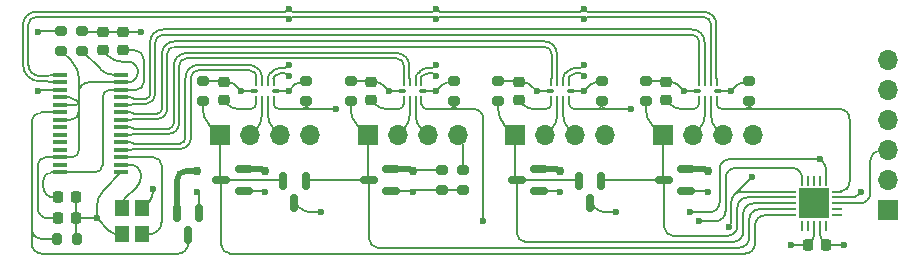
<source format=gbr>
%TF.GenerationSoftware,KiCad,Pcbnew,7.0.11-7.0.11~ubuntu22.04.1*%
%TF.CreationDate,2025-05-05T15:28:32+03:00*%
%TF.ProjectId,USB_Magic_Hub,5553425f-4d61-4676-9963-5f4875622e6b,rev?*%
%TF.SameCoordinates,PXc65d40PYc65d40*%
%TF.FileFunction,Copper,L1,Top*%
%TF.FilePolarity,Positive*%
%FSLAX46Y46*%
G04 Gerber Fmt 4.6, Leading zero omitted, Abs format (unit mm)*
G04 Created by KiCad (PCBNEW 7.0.11-7.0.11~ubuntu22.04.1) date 2025-05-05 15:28:32*
%MOMM*%
%LPD*%
G01*
G04 APERTURE LIST*
G04 Aperture macros list*
%AMRoundRect*
0 Rectangle with rounded corners*
0 $1 Rounding radius*
0 $2 $3 $4 $5 $6 $7 $8 $9 X,Y pos of 4 corners*
0 Add a 4 corners polygon primitive as box body*
4,1,4,$2,$3,$4,$5,$6,$7,$8,$9,$2,$3,0*
0 Add four circle primitives for the rounded corners*
1,1,$1+$1,$2,$3*
1,1,$1+$1,$4,$5*
1,1,$1+$1,$6,$7*
1,1,$1+$1,$8,$9*
0 Add four rect primitives between the rounded corners*
20,1,$1+$1,$2,$3,$4,$5,0*
20,1,$1+$1,$4,$5,$6,$7,0*
20,1,$1+$1,$6,$7,$8,$9,0*
20,1,$1+$1,$8,$9,$2,$3,0*%
G04 Aperture macros list end*
%TA.AperFunction,SMDPad,CuDef*%
%ADD10RoundRect,0.225000X-0.225000X-0.250000X0.225000X-0.250000X0.225000X0.250000X-0.225000X0.250000X0*%
%TD*%
%TA.AperFunction,SMDPad,CuDef*%
%ADD11RoundRect,0.200000X-0.275000X0.200000X-0.275000X-0.200000X0.275000X-0.200000X0.275000X0.200000X0*%
%TD*%
%TA.AperFunction,SMDPad,CuDef*%
%ADD12RoundRect,0.150000X-0.150000X0.587500X-0.150000X-0.587500X0.150000X-0.587500X0.150000X0.587500X0*%
%TD*%
%TA.AperFunction,SMDPad,CuDef*%
%ADD13RoundRect,0.062500X-0.362500X-0.062500X0.362500X-0.062500X0.362500X0.062500X-0.362500X0.062500X0*%
%TD*%
%TA.AperFunction,SMDPad,CuDef*%
%ADD14RoundRect,0.062500X-0.062500X-0.362500X0.062500X-0.362500X0.062500X0.362500X-0.062500X0.362500X0*%
%TD*%
%TA.AperFunction,HeatsinkPad*%
%ADD15R,2.600000X2.600000*%
%TD*%
%TA.AperFunction,SMDPad,CuDef*%
%ADD16RoundRect,0.150000X0.587500X0.150000X-0.587500X0.150000X-0.587500X-0.150000X0.587500X-0.150000X0*%
%TD*%
%TA.AperFunction,SMDPad,CuDef*%
%ADD17R,1.200000X0.400000*%
%TD*%
%TA.AperFunction,SMDPad,CuDef*%
%ADD18RoundRect,0.225000X0.250000X-0.225000X0.250000X0.225000X-0.250000X0.225000X-0.250000X-0.225000X0*%
%TD*%
%TA.AperFunction,ComponentPad*%
%ADD19R,1.700000X1.700000*%
%TD*%
%TA.AperFunction,ComponentPad*%
%ADD20O,1.700000X1.700000*%
%TD*%
%TA.AperFunction,SMDPad,CuDef*%
%ADD21RoundRect,0.050000X-0.075000X0.225000X-0.075000X-0.225000X0.075000X-0.225000X0.075000X0.225000X0*%
%TD*%
%TA.AperFunction,SMDPad,CuDef*%
%ADD22RoundRect,0.050000X-0.050000X0.225000X-0.050000X-0.225000X0.050000X-0.225000X0.050000X0.225000X0*%
%TD*%
%TA.AperFunction,SMDPad,CuDef*%
%ADD23RoundRect,0.050000X-0.250000X0.100000X-0.250000X-0.100000X0.250000X-0.100000X0.250000X0.100000X0*%
%TD*%
%TA.AperFunction,SMDPad,CuDef*%
%ADD24RoundRect,0.225000X0.225000X0.250000X-0.225000X0.250000X-0.225000X-0.250000X0.225000X-0.250000X0*%
%TD*%
%TA.AperFunction,SMDPad,CuDef*%
%ADD25RoundRect,0.200000X0.200000X0.275000X-0.200000X0.275000X-0.200000X-0.275000X0.200000X-0.275000X0*%
%TD*%
%TA.AperFunction,SMDPad,CuDef*%
%ADD26R,1.200000X1.400000*%
%TD*%
%TA.AperFunction,ViaPad*%
%ADD27C,0.600000*%
%TD*%
%TA.AperFunction,ViaPad*%
%ADD28C,0.750000*%
%TD*%
%TA.AperFunction,Conductor*%
%ADD29C,0.200000*%
%TD*%
%TA.AperFunction,Conductor*%
%ADD30C,0.500000*%
%TD*%
G04 APERTURE END LIST*
D10*
%TO.P,C4,1*%
%TO.N,/HUB_1.8V*%
X3725000Y-17000000D03*
%TO.P,C4,2*%
%TO.N,/GND*%
X5275000Y-17000000D03*
%TD*%
D11*
%TO.P,R12,1*%
%TO.N,/VCC_MCU*%
X37250000Y-7175000D03*
%TO.P,R12,2*%
%TO.N,/SEL3*%
X37250000Y-8825000D03*
%TD*%
D12*
%TO.P,Q5,1,G*%
%TO.N,/~{PWR_ENABLE}*%
X15700000Y-18312500D03*
%TO.P,Q5,2,S*%
%TO.N,Net-(Q1-S)*%
X13800000Y-18312500D03*
%TO.P,Q5,3,D*%
%TO.N,/VBUS_HUB*%
X14750000Y-20187500D03*
%TD*%
%TO.P,D1,1*%
%TO.N,/VBUS3*%
X24700000Y-15562500D03*
%TO.P,D1,2*%
%TO.N,/VBUS4*%
X22800000Y-15562500D03*
%TO.P,D1,3*%
%TO.N,/VCC_MCU*%
X23750000Y-17437500D03*
%TD*%
D13*
%TO.P,U4,1,PA4*%
%TO.N,/SEL4*%
X65825000Y-16500000D03*
%TO.P,U4,2,PA3*%
%TO.N,/VBUS1*%
X65825000Y-17000000D03*
%TO.P,U4,3,PA2*%
%TO.N,/VBUS2*%
X65825000Y-17500000D03*
%TO.P,U4,4,PA1*%
%TO.N,/VBUS3*%
X65825000Y-18000000D03*
%TO.P,U4,5,AREF/PA0*%
%TO.N,/VBUS4*%
X65825000Y-18500000D03*
D14*
%TO.P,U4,6,NC*%
%TO.N,unconnected-(U4-NC-Pad6)*%
X66750000Y-19425000D03*
%TO.P,U4,7,NC*%
%TO.N,unconnected-(U4-NC-Pad7)*%
X67250000Y-19425000D03*
%TO.P,U4,8,GND*%
%TO.N,/GND*%
X67750000Y-19425000D03*
%TO.P,U4,9,VCC*%
%TO.N,/VCC_MCU*%
X68250000Y-19425000D03*
%TO.P,U4,10,NC*%
%TO.N,unconnected-(U4-NC-Pad10)*%
X68750000Y-19425000D03*
D13*
%TO.P,U4,11,XTAL1/PB0*%
%TO.N,unconnected-(U4-XTAL1{slash}PB0-Pad11)*%
X69675000Y-18500000D03*
%TO.P,U4,12,XTAL2/PB1*%
%TO.N,unconnected-(U4-XTAL2{slash}PB1-Pad12)*%
X69675000Y-18000000D03*
%TO.P,U4,13,~{RESET}/PB3*%
%TO.N,/~{RESET}*%
X69675000Y-17500000D03*
%TO.P,U4,14,PB2*%
%TO.N,/~{PWR_ENABLE}*%
X69675000Y-17000000D03*
%TO.P,U4,15,PA7*%
%TO.N,/SEL1*%
X69675000Y-16500000D03*
D14*
%TO.P,U4,16,PA6*%
%TO.N,/SEL2*%
X68750000Y-15575000D03*
%TO.P,U4,17,NC*%
%TO.N,unconnected-(U4-NC-Pad17)*%
X68250000Y-15575000D03*
%TO.P,U4,18,NC*%
%TO.N,unconnected-(U4-NC-Pad18)*%
X67750000Y-15575000D03*
%TO.P,U4,19,NC*%
%TO.N,unconnected-(U4-NC-Pad19)*%
X67250000Y-15575000D03*
%TO.P,U4,20,PA5*%
%TO.N,/SEL3*%
X66750000Y-15575000D03*
D15*
%TO.P,U4,21,GND*%
%TO.N,/GND*%
X67750000Y-17500000D03*
%TD*%
D11*
%TO.P,R4,1*%
%TO.N,Net-(Q1-S)*%
X36250000Y-14675000D03*
%TO.P,R4,2*%
%TO.N,/~{PWR_ENABLE}*%
X36250000Y-16325000D03*
%TD*%
D16*
%TO.P,Q3,1,G*%
%TO.N,/~{PWR_ENABLE}*%
X31937500Y-16450000D03*
%TO.P,Q3,2,S*%
%TO.N,Net-(Q1-S)*%
X31937500Y-14550000D03*
%TO.P,Q3,3,D*%
%TO.N,/VBUS3*%
X30062500Y-15500000D03*
%TD*%
D11*
%TO.P,R9,1*%
%TO.N,/VCC_MCU*%
X49750000Y-7175000D03*
%TO.P,R9,2*%
%TO.N,/SEL2*%
X49750000Y-8825000D03*
%TD*%
%TO.P,R13,1*%
%TO.N,/VCC_MCU*%
X24750000Y-7175000D03*
%TO.P,R13,2*%
%TO.N,/SEL4*%
X24750000Y-8825000D03*
%TD*%
D17*
%TO.P,U1,1,VSS*%
%TO.N,/GND*%
X9100000Y-14877500D03*
%TO.P,U1,2,XOUT*%
%TO.N,Net-(U1-XOUT)*%
X9100000Y-14242500D03*
%TO.P,U1,3,XIN*%
%TO.N,Net-(U1-XIN)*%
X9100000Y-13607500D03*
%TO.P,U1,4,DM4*%
%TO.N,/DFP4-*%
X9100000Y-12972500D03*
%TO.P,U1,5,DP4*%
%TO.N,/DFP4+*%
X9100000Y-12337500D03*
%TO.P,U1,6,DM3*%
%TO.N,/DFP3-*%
X9100000Y-11702500D03*
%TO.P,U1,7,DP3*%
%TO.N,/DFP3+*%
X9100000Y-11067500D03*
%TO.P,U1,8,DM2*%
%TO.N,/DFP2-*%
X9100000Y-10432500D03*
%TO.P,U1,9,DP2*%
%TO.N,/DFP2+*%
X9100000Y-9797500D03*
%TO.P,U1,10,DM1*%
%TO.N,/DFP1-*%
X9100000Y-9162500D03*
%TO.P,U1,11,DP1*%
%TO.N,/DFP1+*%
X9100000Y-8527500D03*
%TO.P,U1,12,VD18_O*%
%TO.N,/HUB_1.8V*%
X9100000Y-7892500D03*
%TO.P,U1,13,VD33*%
%TO.N,/HUB_3.3V*%
X9100000Y-7257500D03*
%TO.P,U1,14,REXT*%
%TO.N,Net-(U1-REXT)*%
X9100000Y-6622500D03*
%TO.P,U1,15,DMU*%
%TO.N,/UFP-*%
X3900000Y-6622500D03*
%TO.P,U1,16,DPU*%
%TO.N,/UFP+*%
X3900000Y-7257500D03*
%TO.P,U1,17,~{XRSTJ}*%
%TO.N,Net-(U1-~{XRSTJ})*%
X3900000Y-7892500D03*
%TO.P,U1,18,VBUSM*%
%TO.N,/HUB_3.3V*%
X3900000Y-8527500D03*
%TO.P,U1,19,BUSJ*%
X3900000Y-9162500D03*
%TO.P,U1,20,VDD5*%
%TO.N,/VBUS_HUB*%
X3900000Y-9797500D03*
%TO.P,U1,21,VD33_O*%
%TO.N,/HUB_3.3V*%
X3900000Y-10432500D03*
%TO.P,U1,22,DRV*%
%TO.N,unconnected-(U1-DRV-Pad22)*%
X3900000Y-11067500D03*
%TO.P,U1,23,LED1/EESCL*%
%TO.N,unconnected-(U1-LED1{slash}EESCL-Pad23)*%
X3900000Y-11702500D03*
%TO.P,U1,24,LED2*%
%TO.N,unconnected-(U1-LED2-Pad24)*%
X3900000Y-12337500D03*
%TO.P,U1,25,PWRJ*%
%TO.N,unconnected-(U1-PWRJ-Pad25)*%
X3900000Y-12972500D03*
%TO.P,U1,26,OVCJ*%
%TO.N,/HUB_3.3V*%
X3900000Y-13607500D03*
%TO.P,U1,27,TESTJ/EESDA*%
%TO.N,unconnected-(U1-TESTJ{slash}EESDA-Pad27)*%
X3900000Y-14242500D03*
%TO.P,U1,28,VD18*%
%TO.N,/HUB_1.8V*%
X3900000Y-14877500D03*
%TD*%
D11*
%TO.P,R1,1*%
%TO.N,Net-(U1-~{XRSTJ})*%
X4000000Y-2925000D03*
%TO.P,R1,2*%
%TO.N,/HUB_3.3V*%
X4000000Y-4575000D03*
%TD*%
%TO.P,R10,1*%
%TO.N,/GND*%
X16000000Y-7175000D03*
%TO.P,R10,2*%
%TO.N,/VBUS4*%
X16000000Y-8825000D03*
%TD*%
D18*
%TO.P,C9,1*%
%TO.N,Net-(U6-REF)*%
X17750000Y-8775000D03*
%TO.P,C9,2*%
%TO.N,/GND*%
X17750000Y-7225000D03*
%TD*%
D19*
%TO.P,J1,1,Pin_1*%
%TO.N,/VBUS1*%
X54950000Y-11750000D03*
D20*
%TO.P,J1,2,Pin_2*%
%TO.N,/D1-*%
X57490000Y-11750000D03*
%TO.P,J1,3,Pin_3*%
%TO.N,/D1+*%
X60030000Y-11750000D03*
%TO.P,J1,4,Pin_4*%
%TO.N,/GND*%
X62570000Y-11750000D03*
%TD*%
D10*
%TO.P,C3,1*%
%TO.N,/HUB_3.3V*%
X3725000Y-18750000D03*
%TO.P,C3,2*%
%TO.N,/GND*%
X5275000Y-18750000D03*
%TD*%
D11*
%TO.P,R2,1*%
%TO.N,/GND*%
X5750000Y-2925000D03*
%TO.P,R2,2*%
%TO.N,Net-(U1-REXT)*%
X5750000Y-4575000D03*
%TD*%
D16*
%TO.P,Q1,1,G*%
%TO.N,/~{PWR_ENABLE}*%
X56937500Y-16450000D03*
%TO.P,Q1,2,S*%
%TO.N,Net-(Q1-S)*%
X56937500Y-14550000D03*
%TO.P,Q1,3,D*%
%TO.N,/VBUS1*%
X55062500Y-15500000D03*
%TD*%
D19*
%TO.P,J2,1,Pin_1*%
%TO.N,/VBUS2*%
X42450000Y-11750000D03*
D20*
%TO.P,J2,2,Pin_2*%
%TO.N,/D2-*%
X44990000Y-11750000D03*
%TO.P,J2,3,Pin_3*%
%TO.N,/D2+*%
X47530000Y-11750000D03*
%TO.P,J2,4,Pin_4*%
%TO.N,/GND*%
X50070000Y-11750000D03*
%TD*%
D12*
%TO.P,D2,1*%
%TO.N,/VBUS1*%
X49700000Y-15562500D03*
%TO.P,D2,2*%
%TO.N,/VBUS2*%
X47800000Y-15562500D03*
%TO.P,D2,3*%
%TO.N,/VCC_MCU*%
X48750000Y-17437500D03*
%TD*%
D21*
%TO.P,U3,1,L0+*%
%TO.N,/UFP+*%
X47000000Y-7325000D03*
D22*
%TO.P,U3,2,L0-*%
%TO.N,/UFP-*%
X46500000Y-7325000D03*
%TO.P,U3,3,L1+*%
%TO.N,/DFP2+*%
X46000000Y-7325000D03*
D21*
%TO.P,U3,4,L1-*%
%TO.N,/DFP2-*%
X45500000Y-7325000D03*
D23*
%TO.P,U3,5,GND*%
%TO.N,/GND*%
X45350000Y-8000000D03*
D21*
%TO.P,U3,6,REF*%
%TO.N,Net-(U3-REF)*%
X45500000Y-8675000D03*
D22*
%TO.P,U3,7,D-*%
%TO.N,/D2-*%
X46000000Y-8675000D03*
%TO.P,U3,8,D+*%
%TO.N,/D2+*%
X46500000Y-8675000D03*
D21*
%TO.P,U3,9,SEL*%
%TO.N,/SEL2*%
X47000000Y-8675000D03*
D23*
%TO.P,U3,10,VCC*%
%TO.N,/VCC_MCU*%
X47150000Y-8000000D03*
%TD*%
D24*
%TO.P,C7,1*%
%TO.N,/VCC_MCU*%
X68775000Y-21000000D03*
%TO.P,C7,2*%
%TO.N,/GND*%
X67225000Y-21000000D03*
%TD*%
D18*
%TO.P,C8,1*%
%TO.N,Net-(U5-REF)*%
X30250000Y-8775000D03*
%TO.P,C8,2*%
%TO.N,/GND*%
X30250000Y-7225000D03*
%TD*%
D11*
%TO.P,R3,1*%
%TO.N,/GND*%
X38000000Y-14675000D03*
%TO.P,R3,2*%
%TO.N,/~{PWR_ENABLE}*%
X38000000Y-16325000D03*
%TD*%
D25*
%TO.P,R11,1*%
%TO.N,/GND*%
X5325000Y-20500000D03*
%TO.P,R11,2*%
%TO.N,/VBUS_HUB*%
X3675000Y-20500000D03*
%TD*%
D19*
%TO.P,J3,1,Pin_1*%
%TO.N,/VBUS3*%
X29950000Y-11750000D03*
D20*
%TO.P,J3,2,Pin_2*%
%TO.N,/D3-*%
X32490000Y-11750000D03*
%TO.P,J3,3,Pin_3*%
%TO.N,/D3+*%
X35030000Y-11750000D03*
%TO.P,J3,4,Pin_4*%
%TO.N,/GND*%
X37570000Y-11750000D03*
%TD*%
D19*
%TO.P,J4,1,Pin_1*%
%TO.N,/SEL3*%
X74000000Y-18100000D03*
D20*
%TO.P,J4,2,Pin_2*%
%TO.N,/SEL4*%
X74000000Y-15560000D03*
%TO.P,J4,3,Pin_3*%
%TO.N,/~{RESET}*%
X74000000Y-13020000D03*
%TO.P,J4,4,Pin_4*%
%TO.N,/GND*%
X74000000Y-10480000D03*
%TO.P,J4,5,Pin_5*%
%TO.N,/SEL2*%
X74000000Y-7940000D03*
%TO.P,J4,6,Pin_6*%
%TO.N,/VCC_MCU*%
X74000000Y-5400000D03*
%TD*%
D18*
%TO.P,C5,1*%
%TO.N,/HUB_1.8V*%
X9250000Y-4525000D03*
%TO.P,C5,2*%
%TO.N,/GND*%
X9250000Y-2975000D03*
%TD*%
D11*
%TO.P,R5,1*%
%TO.N,/VCC_MCU*%
X62250000Y-7175000D03*
%TO.P,R5,2*%
%TO.N,/SEL1*%
X62250000Y-8825000D03*
%TD*%
D16*
%TO.P,Q4,1,G*%
%TO.N,/~{PWR_ENABLE}*%
X19437500Y-16450000D03*
%TO.P,Q4,2,S*%
%TO.N,Net-(Q1-S)*%
X19437500Y-14550000D03*
%TO.P,Q4,3,D*%
%TO.N,/VBUS4*%
X17562500Y-15500000D03*
%TD*%
D26*
%TO.P,Y1,1,1*%
%TO.N,Net-(U1-XOUT)*%
X9150000Y-17900000D03*
%TO.P,Y1,2,2*%
%TO.N,/GND*%
X9150000Y-20100000D03*
%TO.P,Y1,3,3*%
%TO.N,Net-(U1-XIN)*%
X10850000Y-20100000D03*
%TO.P,Y1,4,4*%
%TO.N,/GND*%
X10850000Y-17900000D03*
%TD*%
D16*
%TO.P,Q2,1,G*%
%TO.N,/~{PWR_ENABLE}*%
X44437500Y-16450000D03*
%TO.P,Q2,2,S*%
%TO.N,Net-(Q1-S)*%
X44437500Y-14550000D03*
%TO.P,Q2,3,D*%
%TO.N,/VBUS2*%
X42562500Y-15500000D03*
%TD*%
D21*
%TO.P,U5,1,L0+*%
%TO.N,/UFP+*%
X34500000Y-7325000D03*
D22*
%TO.P,U5,2,L0-*%
%TO.N,/UFP-*%
X34000000Y-7325000D03*
%TO.P,U5,3,L1+*%
%TO.N,/DFP3+*%
X33500000Y-7325000D03*
D21*
%TO.P,U5,4,L1-*%
%TO.N,/DFP3-*%
X33000000Y-7325000D03*
D23*
%TO.P,U5,5,GND*%
%TO.N,/GND*%
X32850000Y-8000000D03*
D21*
%TO.P,U5,6,REF*%
%TO.N,Net-(U5-REF)*%
X33000000Y-8675000D03*
D22*
%TO.P,U5,7,D-*%
%TO.N,/D3-*%
X33500000Y-8675000D03*
%TO.P,U5,8,D+*%
%TO.N,/D3+*%
X34000000Y-8675000D03*
D21*
%TO.P,U5,9,SEL*%
%TO.N,/SEL3*%
X34500000Y-8675000D03*
D23*
%TO.P,U5,10,VCC*%
%TO.N,/VCC_MCU*%
X34650000Y-8000000D03*
%TD*%
D19*
%TO.P,J5,1,Pin_1*%
%TO.N,/VBUS4*%
X17450000Y-11750000D03*
D20*
%TO.P,J5,2,Pin_2*%
%TO.N,/D4-*%
X19990000Y-11750000D03*
%TO.P,J5,3,Pin_3*%
%TO.N,/D4+*%
X22530000Y-11750000D03*
%TO.P,J5,4,Pin_4*%
%TO.N,/GND*%
X25070000Y-11750000D03*
%TD*%
D21*
%TO.P,U2,1,L0+*%
%TO.N,/UFP+*%
X59500000Y-7325000D03*
D22*
%TO.P,U2,2,L0-*%
%TO.N,/UFP-*%
X59000000Y-7325000D03*
%TO.P,U2,3,L1+*%
%TO.N,/DFP1+*%
X58500000Y-7325000D03*
D21*
%TO.P,U2,4,L1-*%
%TO.N,/DFP1-*%
X58000000Y-7325000D03*
D23*
%TO.P,U2,5,GND*%
%TO.N,/GND*%
X57850000Y-8000000D03*
D21*
%TO.P,U2,6,REF*%
%TO.N,Net-(U2-REF)*%
X58000000Y-8675000D03*
D22*
%TO.P,U2,7,D-*%
%TO.N,/D1-*%
X58500000Y-8675000D03*
%TO.P,U2,8,D+*%
%TO.N,/D1+*%
X59000000Y-8675000D03*
D21*
%TO.P,U2,9,SEL*%
%TO.N,/SEL1*%
X59500000Y-8675000D03*
D23*
%TO.P,U2,10,VCC*%
%TO.N,/VCC_MCU*%
X59650000Y-8000000D03*
%TD*%
D11*
%TO.P,R6,1*%
%TO.N,/GND*%
X53500000Y-7175000D03*
%TO.P,R6,2*%
%TO.N,/VBUS1*%
X53500000Y-8825000D03*
%TD*%
%TO.P,R7,1*%
%TO.N,/GND*%
X41000000Y-7175000D03*
%TO.P,R7,2*%
%TO.N,/VBUS2*%
X41000000Y-8825000D03*
%TD*%
D18*
%TO.P,C2,1*%
%TO.N,Net-(U2-REF)*%
X55250000Y-8775000D03*
%TO.P,C2,2*%
%TO.N,/GND*%
X55250000Y-7225000D03*
%TD*%
D11*
%TO.P,R8,1*%
%TO.N,/GND*%
X28500000Y-7175000D03*
%TO.P,R8,2*%
%TO.N,/VBUS3*%
X28500000Y-8825000D03*
%TD*%
D21*
%TO.P,U6,1,L0+*%
%TO.N,/UFP+*%
X22000000Y-7325000D03*
D22*
%TO.P,U6,2,L0-*%
%TO.N,/UFP-*%
X21500000Y-7325000D03*
%TO.P,U6,3,L1+*%
%TO.N,/DFP4+*%
X21000000Y-7325000D03*
D21*
%TO.P,U6,4,L1-*%
%TO.N,/DFP4-*%
X20500000Y-7325000D03*
D23*
%TO.P,U6,5,GND*%
%TO.N,/GND*%
X20350000Y-8000000D03*
D21*
%TO.P,U6,6,REF*%
%TO.N,Net-(U6-REF)*%
X20500000Y-8675000D03*
D22*
%TO.P,U6,7,D-*%
%TO.N,/D4-*%
X21000000Y-8675000D03*
%TO.P,U6,8,D+*%
%TO.N,/D4+*%
X21500000Y-8675000D03*
D21*
%TO.P,U6,9,SEL*%
%TO.N,/SEL4*%
X22000000Y-8675000D03*
D23*
%TO.P,U6,10,VCC*%
%TO.N,/VCC_MCU*%
X22150000Y-8000000D03*
%TD*%
D18*
%TO.P,C6,1*%
%TO.N,Net-(U3-REF)*%
X42750000Y-8775000D03*
%TO.P,C6,2*%
%TO.N,/GND*%
X42750000Y-7225000D03*
%TD*%
%TO.P,C1,1*%
%TO.N,/HUB_3.3V*%
X7500000Y-4525000D03*
%TO.P,C1,2*%
%TO.N,/GND*%
X7500000Y-2975000D03*
%TD*%
D27*
%TO.N,/GND*%
X67000000Y-18250000D03*
X7000000Y-18750000D03*
X19250000Y-8000000D03*
X68500000Y-18250000D03*
X65750000Y-21000000D03*
X10750000Y-3000000D03*
X56750000Y-8000000D03*
X44250000Y-8000000D03*
X11750000Y-16250000D03*
X31750000Y-8000000D03*
%TO.N,/VCC_MCU*%
X48250000Y-8000000D03*
X70250000Y-21000000D03*
X35750000Y-8000000D03*
X51000000Y-18250000D03*
X23250000Y-8000000D03*
X60750000Y-8000000D03*
X26000000Y-18250000D03*
%TO.N,/SEL2*%
X57250000Y-18250000D03*
X52250000Y-9500000D03*
X68250000Y-13750000D03*
%TO.N,/SEL3*%
X39750000Y-19000000D03*
X58000000Y-19000000D03*
%TO.N,/~{PWR_ENABLE}*%
X71750000Y-16500000D03*
X46250000Y-16500000D03*
X33750000Y-16500000D03*
X15500000Y-16500000D03*
X21250000Y-16500000D03*
X58750000Y-16500000D03*
D28*
%TO.N,Net-(Q1-S)*%
X33750000Y-14750000D03*
X46250000Y-14750000D03*
X21250000Y-14750000D03*
X58750000Y-14750000D03*
X15500000Y-14750000D03*
D27*
%TO.N,Net-(U1-~{XRSTJ})*%
X2000000Y-8000000D03*
X2000000Y-3000000D03*
%TO.N,/SEL4*%
X27250000Y-9500000D03*
X62500000Y-15250000D03*
X60500000Y-19500000D03*
%TO.N,/UFP-*%
X23250000Y-5825000D03*
X35750000Y-5825000D03*
X48250000Y-5825000D03*
X23250000Y-1925000D03*
X48250000Y-1925000D03*
X35750000Y-1925000D03*
%TO.N,/UFP+*%
X48250000Y-6675000D03*
X23250000Y-1075000D03*
X35750000Y-6675000D03*
X48250000Y-1075000D03*
X35750000Y-1075000D03*
X23250000Y-6675000D03*
%TD*%
D29*
%TO.N,/D4+*%
X21500009Y-9991680D02*
G75*
G03*
X22015001Y-11234999I1758291J-20D01*
G01*
%TO.N,/D4-*%
X20494994Y-11244994D02*
G75*
G03*
X21000000Y-10025822I-1219194J1219194D01*
G01*
%TO.N,/D3+*%
X34000009Y-9991680D02*
G75*
G03*
X34515001Y-11234999I1758291J-20D01*
G01*
%TO.N,/D3-*%
X32994994Y-11244994D02*
G75*
G03*
X33500000Y-10025822I-1219194J1219194D01*
G01*
%TO.N,/D2+*%
X46500009Y-9991680D02*
G75*
G03*
X47015001Y-11234999I1758291J-20D01*
G01*
%TO.N,/D2-*%
X45494994Y-11244994D02*
G75*
G03*
X46000000Y-10025822I-1219194J1219194D01*
G01*
%TO.N,/D1+*%
X59000009Y-9991680D02*
G75*
G03*
X59515001Y-11234999I1758291J-20D01*
G01*
%TO.N,/D1-*%
X57994994Y-11244994D02*
G75*
G03*
X58500000Y-10025822I-1219194J1219194D01*
G01*
%TO.N,/UFP+*%
X22603555Y-6474953D02*
G75*
G03*
X22159100Y-6659101I45J-628547D01*
G01*
X47908580Y-1274990D02*
G75*
G03*
X48150000Y-1174999I20J341390D01*
G01*
X35103555Y-6474953D02*
G75*
G03*
X34659100Y-6659101I45J-628547D01*
G01*
X47603555Y-6474953D02*
G75*
G03*
X47159100Y-6659101I45J-628547D01*
G01*
X1185900Y-6754100D02*
G75*
G03*
X2177900Y-7165000I992000J992000D01*
G01*
X59474979Y-2353550D02*
G75*
G03*
X59159099Y-1590899I-1078479J50D01*
G01*
X2953752Y-7211247D02*
G75*
G03*
X2842091Y-7165000I-111652J-111653D01*
G01*
X21990632Y-6827507D02*
G75*
G03*
X21975000Y-6865349I37868J-37793D01*
G01*
X34490632Y-6827507D02*
G75*
G03*
X34475000Y-6865349I37868J-37793D01*
G01*
X46990632Y-6827507D02*
G75*
G03*
X46975000Y-6865349I37868J-37793D01*
G01*
X2953747Y-7211252D02*
G75*
G03*
X3065406Y-7257500I111653J111652D01*
G01*
X21974992Y-6869821D02*
G75*
G03*
X21987500Y-6899999I42708J21D01*
G01*
X34474992Y-6869821D02*
G75*
G03*
X34487500Y-6899999I42708J21D01*
G01*
X46974992Y-6869821D02*
G75*
G03*
X46987500Y-6899999I42708J21D01*
G01*
X59474992Y-6869821D02*
G75*
G03*
X59487500Y-6899999I42708J21D01*
G01*
X23150006Y-6574994D02*
G75*
G03*
X22908580Y-6475001I-241406J-241406D01*
G01*
X23349993Y-1175005D02*
G75*
G03*
X23591419Y-1274999I241407J241405D01*
G01*
X22000009Y-6930176D02*
G75*
G03*
X21987499Y-6900000I-42709J-24D01*
G01*
X34500009Y-6930176D02*
G75*
G03*
X34487499Y-6900000I-42709J-24D01*
G01*
X775001Y-5762099D02*
G75*
G03*
X1185901Y-6754099I1402899J-1D01*
G01*
X47000009Y-6930176D02*
G75*
G03*
X46987499Y-6900000I-42709J-24D01*
G01*
X59500009Y-6930176D02*
G75*
G03*
X59487499Y-6900000I-42709J-24D01*
G01*
X22908580Y-1274990D02*
G75*
G03*
X23150000Y-1174999I20J341390D01*
G01*
X35849993Y-1175005D02*
G75*
G03*
X36091419Y-1274999I241407J241405D01*
G01*
X1090886Y-1590885D02*
G75*
G03*
X775000Y-2353550I762614J-762615D01*
G01*
X35650006Y-6574994D02*
G75*
G03*
X35408580Y-6475001I-241406J-241406D01*
G01*
X59159114Y-1590884D02*
G75*
G03*
X58396448Y-1274999I-762614J-762616D01*
G01*
X48150006Y-6574994D02*
G75*
G03*
X47908580Y-6475001I-241406J-241406D01*
G01*
X48349993Y-1175005D02*
G75*
G03*
X48591419Y-1274999I241407J241405D01*
G01*
X1853551Y-1275021D02*
G75*
G03*
X1090901Y-1590900I-51J-1078479D01*
G01*
X35408580Y-1274990D02*
G75*
G03*
X35650000Y-1174999I20J341390D01*
G01*
%TO.N,/UFP-*%
X36091419Y-1725009D02*
G75*
G03*
X35850000Y-1825001I-19J-341391D01*
G01*
X59012494Y-6899993D02*
G75*
G03*
X59025000Y-6869821I-30194J30193D01*
G01*
X22603401Y-6025003D02*
G75*
G03*
X21841007Y-6340793I-1J-1078197D01*
G01*
X35103401Y-6025003D02*
G75*
G03*
X34341007Y-6340793I-1J-1078197D01*
G01*
X48591419Y-1725009D02*
G75*
G03*
X48350000Y-1825001I-19J-341391D01*
G01*
X47603401Y-6025003D02*
G75*
G03*
X46841007Y-6340793I-1J-1078197D01*
G01*
X21606535Y-6575206D02*
G75*
G03*
X21525000Y-6772149I196965J-196894D01*
G01*
X1409113Y-1909113D02*
G75*
G03*
X1225000Y-2353556I444487J-444487D01*
G01*
X34106535Y-6575206D02*
G75*
G03*
X34025000Y-6772149I196965J-196894D01*
G01*
X46606535Y-6575206D02*
G75*
G03*
X46525000Y-6772149I196965J-196894D01*
G01*
X35650006Y-1824994D02*
G75*
G03*
X35408580Y-1725001I-241406J-241406D01*
G01*
X3065406Y-6622503D02*
G75*
G03*
X2953749Y-6668750I-6J-157897D01*
G01*
X59025017Y-2353556D02*
G75*
G03*
X58840899Y-1909100I-628617J-44D01*
G01*
X48150006Y-1824994D02*
G75*
G03*
X47908580Y-1725001I-241406J-241406D01*
G01*
X1504098Y-6435902D02*
G75*
G03*
X2177907Y-6715000I673802J673802D01*
G01*
X22908580Y-6024990D02*
G75*
G03*
X23150000Y-5924999I20J341390D01*
G01*
X21512507Y-6900006D02*
G75*
G03*
X21500000Y-6930176I30193J-30194D01*
G01*
X58840886Y-1909113D02*
G75*
G03*
X58396442Y-1725001I-444486J-444487D01*
G01*
X34012507Y-6900006D02*
G75*
G03*
X34000000Y-6930176I30193J-30194D01*
G01*
X46512507Y-6900006D02*
G75*
G03*
X46500000Y-6930176I30193J-30194D01*
G01*
X35408580Y-6024990D02*
G75*
G03*
X35650000Y-5924999I20J341390D01*
G01*
X2842091Y-6714996D02*
G75*
G03*
X2953749Y-6668750I9J157896D01*
G01*
X59012507Y-6900006D02*
G75*
G03*
X59000000Y-6930176I30193J-30194D01*
G01*
X23150006Y-1824994D02*
G75*
G03*
X22908580Y-1725001I-241406J-241406D01*
G01*
X47908580Y-6024990D02*
G75*
G03*
X48150000Y-5924999I20J341390D01*
G01*
X1225003Y-5762092D02*
G75*
G03*
X1504100Y-6435900I952897J-8D01*
G01*
X23591419Y-1725009D02*
G75*
G03*
X23350000Y-1825001I-19J-341391D01*
G01*
X1853557Y-1724983D02*
G75*
G03*
X1409101Y-1909101I43J-628617D01*
G01*
X21512494Y-6899993D02*
G75*
G03*
X21525000Y-6869821I-30194J30193D01*
G01*
X34012494Y-6899993D02*
G75*
G03*
X34025000Y-6869821I-30194J30193D01*
G01*
X46512494Y-6899993D02*
G75*
G03*
X46525000Y-6869821I-30194J30193D01*
G01*
%TO.N,/DFP1+*%
X10046248Y-8573753D02*
G75*
G03*
X10157908Y-8620000I111652J111653D01*
G01*
X58500009Y-6930176D02*
G75*
G03*
X58487499Y-6900000I-42709J-24D01*
G01*
X58474992Y-6869821D02*
G75*
G03*
X58487500Y-6899999I42708J21D01*
G01*
X58474979Y-3853550D02*
G75*
G03*
X58159100Y-3090900I-1078479J50D01*
G01*
X11161044Y-8620018D02*
G75*
G03*
X11418400Y-8513400I-44J364018D01*
G01*
X11840885Y-3090885D02*
G75*
G03*
X11525000Y-3853550I762615J-762615D01*
G01*
X11418387Y-8513387D02*
G75*
G03*
X11525000Y-8256044I-257387J257387D01*
G01*
X10046253Y-8573748D02*
G75*
G03*
X9934593Y-8527500I-111653J-111652D01*
G01*
X58159115Y-3090885D02*
G75*
G03*
X57396449Y-2775000I-762615J-762615D01*
G01*
X12603550Y-2775021D02*
G75*
G03*
X11840900Y-3090900I-50J-1078479D01*
G01*
%TO.N,/DFP1-*%
X10157908Y-9070004D02*
G75*
G03*
X10046251Y-9116250I-8J-157896D01*
G01*
X58012494Y-6899993D02*
G75*
G03*
X58025000Y-6869821I-30194J30193D01*
G01*
X12159113Y-3409113D02*
G75*
G03*
X11975000Y-3853556I444487J-444487D01*
G01*
X58025017Y-3853556D02*
G75*
G03*
X57840899Y-3409101I-628617J-44D01*
G01*
X11736585Y-8831585D02*
G75*
G03*
X11975000Y-8256051I-575585J575585D01*
G01*
X9934593Y-9162497D02*
G75*
G03*
X10046251Y-9116250I7J157897D01*
G01*
X12603556Y-3224983D02*
G75*
G03*
X12159101Y-3409101I44J-628617D01*
G01*
X57840887Y-3409113D02*
G75*
G03*
X57396443Y-3225000I-444487J-444487D01*
G01*
X58012507Y-6900006D02*
G75*
G03*
X58000000Y-6930176I30193J-30194D01*
G01*
X11161051Y-9070021D02*
G75*
G03*
X11736600Y-8831600I-51J814021D01*
G01*
%TO.N,/DFP2+*%
X46000009Y-6930176D02*
G75*
G03*
X45987499Y-6900000I-42709J-24D01*
G01*
X45974979Y-4853550D02*
G75*
G03*
X45659100Y-4090900I-1078479J50D01*
G01*
X13603550Y-3775021D02*
G75*
G03*
X12840900Y-4090900I-50J-1078479D01*
G01*
X12840885Y-4090885D02*
G75*
G03*
X12525000Y-4853550I762615J-762615D01*
G01*
X12126902Y-9890001D02*
G75*
G03*
X12408400Y-9773400I-2J398101D01*
G01*
X45974992Y-6869821D02*
G75*
G03*
X45987500Y-6899999I42708J21D01*
G01*
X10046253Y-9843748D02*
G75*
G03*
X9934593Y-9797500I-111653J-111652D01*
G01*
X12408399Y-9773399D02*
G75*
G03*
X12525000Y-9491902I-281499J281499D01*
G01*
X45659115Y-4090885D02*
G75*
G03*
X44896449Y-3775000I-762615J-762615D01*
G01*
X10046248Y-9843753D02*
G75*
G03*
X10157908Y-9890000I111652J111653D01*
G01*
%TO.N,/DFP2-*%
X45512494Y-6899993D02*
G75*
G03*
X45525000Y-6869821I-30194J30193D01*
G01*
X12726597Y-10091597D02*
G75*
G03*
X12975000Y-9491909I-599697J599697D01*
G01*
X13159113Y-4409113D02*
G75*
G03*
X12975000Y-4853556I444487J-444487D01*
G01*
X12126909Y-10340003D02*
G75*
G03*
X12726599Y-10091599I-9J848103D01*
G01*
X10157908Y-10340004D02*
G75*
G03*
X10046251Y-10386250I-8J-157896D01*
G01*
X13603556Y-4224983D02*
G75*
G03*
X13159101Y-4409101I44J-628617D01*
G01*
X45525017Y-4853556D02*
G75*
G03*
X45340899Y-4409101I-628617J-44D01*
G01*
X9934593Y-10432497D02*
G75*
G03*
X10046251Y-10386250I7J157897D01*
G01*
X45512507Y-6900006D02*
G75*
G03*
X45500000Y-6930176I30193J-30194D01*
G01*
X45340887Y-4409113D02*
G75*
G03*
X44896443Y-4225000I-444487J-444487D01*
G01*
%TO.N,/DFP3+*%
X33500009Y-6930176D02*
G75*
G03*
X33487499Y-6900000I-42709J-24D01*
G01*
X13840885Y-5090885D02*
G75*
G03*
X13525000Y-5853550I762615J-762615D01*
G01*
X33474992Y-6869821D02*
G75*
G03*
X33487500Y-6899999I42708J21D01*
G01*
X33474979Y-5853550D02*
G75*
G03*
X33159100Y-5090900I-1078479J50D01*
G01*
X33159115Y-5090885D02*
G75*
G03*
X32396449Y-4775000I-762615J-762615D01*
G01*
X10046253Y-11113748D02*
G75*
G03*
X9934593Y-11067500I-111653J-111652D01*
G01*
X13398412Y-11033412D02*
G75*
G03*
X13525000Y-10727760I-305612J305612D01*
G01*
X13092760Y-11159983D02*
G75*
G03*
X13398400Y-11033400I40J432183D01*
G01*
X14603550Y-4775021D02*
G75*
G03*
X13840900Y-5090900I-50J-1078479D01*
G01*
X10046248Y-11113753D02*
G75*
G03*
X10157908Y-11160000I111652J111653D01*
G01*
%TO.N,/DFP3-*%
X33012494Y-6899993D02*
G75*
G03*
X33025000Y-6869821I-30194J30193D01*
G01*
X10157908Y-11610004D02*
G75*
G03*
X10046251Y-11656250I-8J-157896D01*
G01*
X14603556Y-5224983D02*
G75*
G03*
X14159101Y-5409101I44J-628617D01*
G01*
X13092767Y-11609986D02*
G75*
G03*
X13716600Y-11351600I33J882186D01*
G01*
X33012507Y-6900006D02*
G75*
G03*
X33000000Y-6930176I30193J-30194D01*
G01*
X33025017Y-5853556D02*
G75*
G03*
X32840899Y-5409101I-628617J-44D01*
G01*
X13716610Y-11351610D02*
G75*
G03*
X13975000Y-10727767I-623810J623810D01*
G01*
X9934593Y-11702497D02*
G75*
G03*
X10046251Y-11656250I7J157897D01*
G01*
X14159113Y-5409113D02*
G75*
G03*
X13975000Y-5853556I444487J-444487D01*
G01*
X32840887Y-5409113D02*
G75*
G03*
X32396443Y-5225000I-444487J-444487D01*
G01*
%TO.N,/DFP4+*%
X20974992Y-6869821D02*
G75*
G03*
X20987500Y-6899999I42708J21D01*
G01*
X20975022Y-6647149D02*
G75*
G03*
X20805047Y-6236847I-580322J-51D01*
G01*
X14840885Y-6090885D02*
G75*
G03*
X14525000Y-6853550I762615J-762615D01*
G01*
X20659115Y-6090885D02*
G75*
G03*
X19896449Y-5775000I-762615J-762615D01*
G01*
X10046253Y-12383748D02*
G75*
G03*
X9934593Y-12337500I-111653J-111652D01*
G01*
X14058618Y-12430007D02*
G75*
G03*
X14388400Y-12293400I-18J466407D01*
G01*
X15603550Y-5775021D02*
G75*
G03*
X14840900Y-6090900I-50J-1078479D01*
G01*
X14388395Y-12293395D02*
G75*
G03*
X14525000Y-11963618I-329795J329795D01*
G01*
X21000009Y-6930176D02*
G75*
G03*
X20987499Y-6900000I-42709J-24D01*
G01*
X10046248Y-12383753D02*
G75*
G03*
X10157908Y-12430000I111652J111653D01*
G01*
%TO.N,/DFP4-*%
X10157908Y-12880004D02*
G75*
G03*
X10046251Y-12926250I-8J-157896D01*
G01*
X20524979Y-6740349D02*
G75*
G03*
X20420948Y-6489150I-355179J49D01*
G01*
X20512507Y-6900006D02*
G75*
G03*
X20500000Y-6930176I30193J-30194D01*
G01*
X15159113Y-6409113D02*
G75*
G03*
X14975000Y-6853556I444487J-444487D01*
G01*
X9934593Y-12972497D02*
G75*
G03*
X10046251Y-12926250I7J157897D01*
G01*
X15603556Y-6224983D02*
G75*
G03*
X15159101Y-6409101I44J-628617D01*
G01*
X20512494Y-6899993D02*
G75*
G03*
X20525000Y-6869821I-30194J30193D01*
G01*
X14058625Y-12880010D02*
G75*
G03*
X14706600Y-12611600I-25J916410D01*
G01*
X14706593Y-12611593D02*
G75*
G03*
X14975000Y-11963625I-647993J647993D01*
G01*
X20340887Y-6409113D02*
G75*
G03*
X19896443Y-6225000I-444487J-444487D01*
G01*
%TO.N,Net-(U1-XIN)*%
X12199989Y-19799989D02*
G75*
G03*
X12500000Y-19075735I-724289J724289D01*
G01*
X12499983Y-14277539D02*
G75*
G03*
X12303750Y-13803750I-669983J39D01*
G01*
X11475735Y-20100014D02*
G75*
G03*
X12199999Y-19799999I-35J1024314D01*
G01*
X12303762Y-13803738D02*
G75*
G03*
X11829960Y-13607500I-473762J-473762D01*
G01*
%TO.N,Net-(U1-XOUT)*%
X10496237Y-14496263D02*
G75*
G03*
X9883643Y-14242500I-612637J-612637D01*
G01*
X10750017Y-15108856D02*
G75*
G03*
X10496249Y-14496251I-866417J-44D01*
G01*
X9344456Y-17155547D02*
G75*
G03*
X9150000Y-17625000I469444J-469453D01*
G01*
X10396445Y-16103552D02*
G75*
G03*
X10750000Y-15250000I-853545J853552D01*
G01*
%TO.N,/SEL4*%
X60999984Y-16749984D02*
G75*
G03*
X60750000Y-17353553I603516J-603516D01*
G01*
X61603553Y-16500023D02*
G75*
G03*
X61000001Y-16750001I-53J-853477D01*
G01*
X61500080Y-16250080D02*
G75*
G03*
X61603553Y-16500000I103520J-103520D01*
G01*
X21999991Y-9073223D02*
G75*
G03*
X22125000Y-9375000I426809J23D01*
G01*
X22125007Y-9374993D02*
G75*
G03*
X22426776Y-9500000I301793J301793D01*
G01*
X60624993Y-19374993D02*
G75*
G03*
X60750000Y-19073223I-301793J301793D01*
G01*
X24412500Y-9500000D02*
G75*
G03*
X24750000Y-9162500I0J337500D01*
G01*
X24750000Y-9162500D02*
G75*
G03*
X25087500Y-9500000I337500J0D01*
G01*
X61000000Y-16750000D02*
X61500000Y-16250000D01*
X24412500Y-9500000D02*
X23737500Y-9500000D01*
X27125000Y-9500000D02*
X26875000Y-9500000D01*
X25087500Y-9500000D02*
X24412500Y-9500000D01*
%TO.N,Net-(U1-REXT)*%
X7337012Y-6161980D02*
G75*
G03*
X8448750Y-6622500I1111788J1111780D01*
G01*
%TO.N,Net-(U1-~{XRSTJ})*%
X2183513Y-7892506D02*
G75*
G03*
X2053750Y-7946250I-13J-183494D01*
G01*
X2128033Y-2925014D02*
G75*
G03*
X2037500Y-2962500I-33J-127986D01*
G01*
%TO.N,/VBUS_HUB*%
X14499986Y-21499986D02*
G75*
G03*
X14750000Y-20896446I-603586J603586D01*
G01*
X1500002Y-20896446D02*
G75*
G03*
X1750000Y-21500000I853548J-4D01*
G01*
X13896446Y-21750019D02*
G75*
G03*
X14500000Y-21500000I-46J853619D01*
G01*
X2272465Y-9797486D02*
G75*
G03*
X1726250Y-10023750I35J-772514D01*
G01*
X1750014Y-21499986D02*
G75*
G03*
X2353553Y-21750000I603586J603586D01*
G01*
X1749920Y-20250080D02*
G75*
G03*
X1500000Y-20353553I-103520J-103520D01*
G01*
X1500002Y-19646446D02*
G75*
G03*
X1750000Y-20250000I853548J-4D01*
G01*
X1750014Y-20249986D02*
G75*
G03*
X2353553Y-20500000I603586J603586D01*
G01*
X1726260Y-10023760D02*
G75*
G03*
X1500000Y-10569965I546240J-546240D01*
G01*
X1500000Y-20353553D02*
X1500000Y-19646446D01*
D30*
%TO.N,Net-(Q1-S)*%
X14025001Y-14975001D02*
G75*
G03*
X13800000Y-15518198I543199J-543199D01*
G01*
X21150006Y-14649994D02*
G75*
G03*
X20908578Y-14550000I-241406J-241406D01*
G01*
X33650006Y-14649994D02*
G75*
G03*
X33408578Y-14550000I-241406J-241406D01*
G01*
X46150006Y-14649994D02*
G75*
G03*
X45908578Y-14550000I-241406J-241406D01*
G01*
X14568198Y-14750000D02*
G75*
G03*
X14025001Y-14975001I2J-768200D01*
G01*
X58650006Y-14649994D02*
G75*
G03*
X58408578Y-14550000I-241406J-241406D01*
G01*
D29*
X33878033Y-14675014D02*
G75*
G03*
X33787500Y-14712500I-33J-127986D01*
G01*
%TO.N,/~{PWR_ENABLE}*%
X70896446Y-17000019D02*
G75*
G03*
X71500000Y-16750000I-46J853619D01*
G01*
X58724987Y-16475013D02*
G75*
G03*
X58664644Y-16450000I-60387J-60387D01*
G01*
X33724987Y-16475013D02*
G75*
G03*
X33664644Y-16450000I-60387J-60387D01*
G01*
X21224987Y-16475013D02*
G75*
G03*
X21164644Y-16450000I-60387J-60387D01*
G01*
X34048743Y-16325019D02*
G75*
G03*
X33837501Y-16412501I-43J-298681D01*
G01*
X46224987Y-16475013D02*
G75*
G03*
X46164644Y-16450000I-60387J-60387D01*
G01*
X15699991Y-16841421D02*
G75*
G03*
X15600000Y-16600000I-341391J21D01*
G01*
%TO.N,/SEL3*%
X60499984Y-14749984D02*
G75*
G03*
X60250000Y-15353553I603516J-603516D01*
G01*
X61103553Y-14500023D02*
G75*
G03*
X60500001Y-14750001I-53J-853477D01*
G01*
X66749996Y-15287500D02*
G75*
G03*
X66546706Y-14796706I-694096J0D01*
G01*
X66500016Y-14749984D02*
G75*
G03*
X65896446Y-14500000I-603516J-603516D01*
G01*
X59999986Y-18749986D02*
G75*
G03*
X60250000Y-18146446I-603586J603586D01*
G01*
X39750019Y-10353553D02*
G75*
G03*
X39500000Y-9750000I-853619J-47D01*
G01*
X34499991Y-9073223D02*
G75*
G03*
X34625000Y-9375000I426809J23D01*
G01*
X34625007Y-9374993D02*
G75*
G03*
X34926776Y-9500000I301793J301793D01*
G01*
X59396446Y-19000019D02*
G75*
G03*
X60000000Y-18750000I-46J853619D01*
G01*
X36912500Y-9500000D02*
G75*
G03*
X37250000Y-9162500I0J337500D01*
G01*
X37250000Y-9162500D02*
G75*
G03*
X37587500Y-9500000I337500J0D01*
G01*
X39500016Y-9749984D02*
G75*
G03*
X38896446Y-9500000I-603516J-603516D01*
G01*
X36912500Y-9500000D02*
X36237500Y-9500000D01*
X37587500Y-9500000D02*
X36912500Y-9500000D01*
%TO.N,/~{RESET}*%
X73319411Y-13020005D02*
G75*
G03*
X72740000Y-13260000I-11J-819395D01*
G01*
X72249986Y-17249986D02*
G75*
G03*
X72500000Y-16646446I-603586J603586D01*
G01*
X72739997Y-13259997D02*
G75*
G03*
X72500000Y-13839411I579403J-579403D01*
G01*
X71646446Y-17500019D02*
G75*
G03*
X72250000Y-17250000I-46J853619D01*
G01*
%TO.N,/SEL1*%
X59499991Y-9073223D02*
G75*
G03*
X59625000Y-9375000I426809J23D01*
G01*
X61912500Y-9500000D02*
G75*
G03*
X62250000Y-9162500I0J337500D01*
G01*
X62250000Y-9162500D02*
G75*
G03*
X62587500Y-9500000I337500J0D01*
G01*
X70500016Y-9749984D02*
G75*
G03*
X69896446Y-9500000I-603516J-603516D01*
G01*
X70750019Y-10353553D02*
G75*
G03*
X70500000Y-9750000I-853619J-47D01*
G01*
X69962500Y-16499995D02*
G75*
G03*
X70453293Y-16296706I0J694095D01*
G01*
X59625007Y-9374993D02*
G75*
G03*
X59926776Y-9500000I301793J301793D01*
G01*
X70499986Y-16249986D02*
G75*
G03*
X70750000Y-15646446I-603586J603586D01*
G01*
X62587500Y-9500000D02*
X61912500Y-9500000D01*
%TO.N,/SEL2*%
X58896446Y-18250019D02*
G75*
G03*
X59500000Y-18000000I-46J853619D01*
G01*
X49412500Y-9500000D02*
G75*
G03*
X49750000Y-9162500I0J337500D01*
G01*
X49750000Y-9162500D02*
G75*
G03*
X50087500Y-9500000I337500J0D01*
G01*
X60603553Y-13750023D02*
G75*
G03*
X60000001Y-14000001I-53J-853477D01*
G01*
X59999984Y-13999984D02*
G75*
G03*
X59750000Y-14603553I603516J-603516D01*
G01*
X47125007Y-9374993D02*
G75*
G03*
X47426776Y-9500000I301793J301793D01*
G01*
X68750019Y-14603553D02*
G75*
G03*
X68500000Y-14000000I-853619J-47D01*
G01*
X59499986Y-17999986D02*
G75*
G03*
X59750000Y-17396446I-603586J603586D01*
G01*
X46999991Y-9073223D02*
G75*
G03*
X47125000Y-9375000I426809J23D01*
G01*
X50087500Y-9500000D02*
X49412500Y-9500000D01*
X52000000Y-9500000D02*
X51500000Y-9500000D01*
X49412500Y-9500000D02*
X48737500Y-9500000D01*
%TO.N,/VBUS4*%
X17781262Y-21531238D02*
G75*
G03*
X18309359Y-21750000I528138J528138D01*
G01*
X62499986Y-21499986D02*
G75*
G03*
X62750000Y-20896446I-603586J603586D01*
G01*
X16000006Y-9562500D02*
G75*
G03*
X16521492Y-10821490I1780494J0D01*
G01*
X62999984Y-18749984D02*
G75*
G03*
X62750000Y-19353553I603516J-603516D01*
G01*
X17450021Y-15307950D02*
G75*
G03*
X17506250Y-15443750I191979J-50D01*
G01*
X63603553Y-18500023D02*
G75*
G03*
X63000001Y-18750001I-53J-853477D01*
G01*
X17562484Y-21003140D02*
G75*
G03*
X17781251Y-21531249I746916J40D01*
G01*
X61896446Y-21750019D02*
G75*
G03*
X62500000Y-21500000I-46J853619D01*
G01*
X17562479Y-15579549D02*
G75*
G03*
X17506250Y-15443750I-191979J49D01*
G01*
X17642049Y-15500000D02*
G75*
G03*
X17562500Y-15579549I-49J-79500D01*
G01*
X17506235Y-15443765D02*
G75*
G03*
X17642049Y-15500000I135765J135765D01*
G01*
X22768748Y-15531252D02*
G75*
G03*
X22693305Y-15500000I-75448J-75448D01*
G01*
%TO.N,/VBUS3*%
X24806694Y-15499998D02*
G75*
G03*
X24731250Y-15531250I6J-106702D01*
G01*
X29982950Y-15499951D02*
G75*
G03*
X30006250Y-15443750I-50J32951D01*
G01*
X30062500Y-15579549D02*
G75*
G03*
X29982950Y-15500000I-79500J49D01*
G01*
X30062479Y-15579549D02*
G75*
G03*
X30006250Y-15443750I-191979J49D01*
G01*
X30062484Y-20503140D02*
G75*
G03*
X30281251Y-21031249I746916J40D01*
G01*
X63103553Y-18000023D02*
G75*
G03*
X62500001Y-18250001I-53J-853477D01*
G01*
X28500006Y-9562500D02*
G75*
G03*
X29021492Y-10821490I1780494J0D01*
G01*
X29950021Y-15307950D02*
G75*
G03*
X30006250Y-15443750I191979J-50D01*
G01*
X61396446Y-21250019D02*
G75*
G03*
X62000000Y-21000000I-46J853619D01*
G01*
X62499984Y-18249984D02*
G75*
G03*
X62250000Y-18853553I603516J-603516D01*
G01*
X61999986Y-20999986D02*
G75*
G03*
X62250000Y-20396446I-603586J603586D01*
G01*
X30281262Y-21031238D02*
G75*
G03*
X30809359Y-21250000I528138J528138D01*
G01*
%TO.N,/VBUS2*%
X47768748Y-15531252D02*
G75*
G03*
X47693305Y-15500000I-75448J-75448D01*
G01*
X42562479Y-15579549D02*
G75*
G03*
X42506250Y-15443750I-191979J49D01*
G01*
X42642049Y-15500000D02*
G75*
G03*
X42562500Y-15579549I-49J-79500D01*
G01*
X42506235Y-15443765D02*
G75*
G03*
X42642049Y-15500000I135765J135765D01*
G01*
X42450021Y-15307950D02*
G75*
G03*
X42506250Y-15443750I191979J-50D01*
G01*
X61499986Y-20499986D02*
G75*
G03*
X61750000Y-19896446I-603586J603586D01*
G01*
X42781262Y-20531238D02*
G75*
G03*
X43309359Y-20750000I528138J528138D01*
G01*
X61999984Y-17749984D02*
G75*
G03*
X61750000Y-18353553I603516J-603516D01*
G01*
X62603553Y-17500023D02*
G75*
G03*
X62000001Y-17750001I-53J-853477D01*
G01*
X41000006Y-9562500D02*
G75*
G03*
X41521492Y-10821490I1780494J0D01*
G01*
X42562484Y-20003140D02*
G75*
G03*
X42781251Y-20531249I746916J40D01*
G01*
X60896446Y-20750019D02*
G75*
G03*
X61500000Y-20500000I-46J853619D01*
G01*
%TO.N,/VBUS1*%
X49806694Y-15499998D02*
G75*
G03*
X49731250Y-15531250I6J-106702D01*
G01*
X53500006Y-9562500D02*
G75*
G03*
X54021492Y-10821490I1780494J0D01*
G01*
X55281262Y-20031238D02*
G75*
G03*
X55809359Y-20250000I528138J528138D01*
G01*
X60999986Y-19999986D02*
G75*
G03*
X61250000Y-19396446I-603586J603586D01*
G01*
X54982950Y-15499951D02*
G75*
G03*
X55006250Y-15443750I-50J32951D01*
G01*
X55062500Y-15579549D02*
G75*
G03*
X54982950Y-15500000I-79500J49D01*
G01*
X55062479Y-15579549D02*
G75*
G03*
X55006250Y-15443750I-191979J49D01*
G01*
X61499984Y-17249984D02*
G75*
G03*
X61250000Y-17853553I603516J-603516D01*
G01*
X55062484Y-19503140D02*
G75*
G03*
X55281251Y-20031249I746916J40D01*
G01*
X54950021Y-15307950D02*
G75*
G03*
X55006250Y-15443750I191979J-50D01*
G01*
X62103553Y-17000023D02*
G75*
G03*
X61500001Y-17250001I-53J-853477D01*
G01*
X60396446Y-20250019D02*
G75*
G03*
X61000000Y-20000000I-46J853619D01*
G01*
%TO.N,Net-(U6-REF)*%
X18112514Y-9137486D02*
G75*
G03*
X18987652Y-9500000I875186J875186D01*
G01*
X20374993Y-9374993D02*
G75*
G03*
X20500000Y-9073223I-301793J301793D01*
G01*
X20073223Y-9500009D02*
G75*
G03*
X20375000Y-9375000I-23J426809D01*
G01*
%TO.N,Net-(U5-REF)*%
X32874993Y-9374993D02*
G75*
G03*
X33000000Y-9073223I-301793J301793D01*
G01*
X32573223Y-9500009D02*
G75*
G03*
X32875000Y-9375000I-23J426809D01*
G01*
X30612514Y-9137486D02*
G75*
G03*
X31487652Y-9500000I875186J875186D01*
G01*
%TO.N,/VCC_MCU*%
X24412500Y-7175001D02*
G75*
G03*
X23836352Y-7413649I0J-814799D01*
G01*
X68250013Y-20103768D02*
G75*
G03*
X68512500Y-20737500I896187J-32D01*
G01*
X36912500Y-7175001D02*
G75*
G03*
X36336352Y-7413649I0J-814799D01*
G01*
X49412500Y-7175001D02*
G75*
G03*
X48836352Y-7413649I0J-814799D01*
G01*
X24156243Y-17843757D02*
G75*
G03*
X25137024Y-18250000I980757J980757D01*
G01*
X61912500Y-7175001D02*
G75*
G03*
X61336352Y-7413649I0J-814799D01*
G01*
X49156243Y-17843757D02*
G75*
G03*
X50137024Y-18250000I980757J980757D01*
G01*
%TO.N,Net-(U3-REF)*%
X43112514Y-9137486D02*
G75*
G03*
X43987652Y-9500000I875186J875186D01*
G01*
X45374993Y-9374993D02*
G75*
G03*
X45500000Y-9073223I-301793J301793D01*
G01*
X45073223Y-9500009D02*
G75*
G03*
X45375000Y-9375000I-23J426809D01*
G01*
%TO.N,/HUB_1.8V*%
X7678753Y-8071253D02*
G75*
G03*
X7500000Y-8502790I431547J-431547D01*
G01*
X3135897Y-14877499D02*
G75*
G03*
X2686250Y-15063750I3J-635901D01*
G01*
X7311260Y-14688760D02*
G75*
G03*
X7500000Y-14233067I-455660J455660D01*
G01*
X10762493Y-4762507D02*
G75*
G03*
X10189124Y-4525000I-573393J-573393D01*
G01*
X10329960Y-7892483D02*
G75*
G03*
X10803750Y-7696250I40J669983D01*
G01*
X2500023Y-16146446D02*
G75*
G03*
X2750001Y-16749999I853477J-54D01*
G01*
X2750014Y-16749986D02*
G75*
G03*
X3353553Y-17000000I603586J603586D01*
G01*
X10803762Y-7696262D02*
G75*
G03*
X11000000Y-7222460I-473762J473762D01*
G01*
X2686251Y-15063751D02*
G75*
G03*
X2500000Y-15513397I449649J-449649D01*
G01*
X8110290Y-7892497D02*
G75*
G03*
X7678751Y-8071251I10J-610303D01*
G01*
X6855567Y-14877486D02*
G75*
G03*
X7311250Y-14688750I33J644386D01*
G01*
X11000010Y-5335875D02*
G75*
G03*
X10762500Y-4762500I-810910J-25D01*
G01*
%TO.N,/GND*%
X17724987Y-7200013D02*
G75*
G03*
X17664644Y-7175000I-60387J-60387D01*
G01*
X5274982Y-20414644D02*
G75*
G03*
X5300000Y-20475000I85418J44D01*
G01*
X30224987Y-7200013D02*
G75*
G03*
X30164644Y-7175000I-60387J-60387D01*
G01*
X42724987Y-7200013D02*
G75*
G03*
X42664644Y-7175000I-60387J-60387D01*
G01*
X10737493Y-2987507D02*
G75*
G03*
X10707322Y-2975000I-30193J-30193D01*
G01*
X55224987Y-7200013D02*
G75*
G03*
X55164644Y-7175000I-60387J-60387D01*
G01*
X8067154Y-19817160D02*
G75*
G03*
X8750000Y-20100000I682846J682860D01*
G01*
X5775013Y-2949987D02*
G75*
G03*
X5835355Y-2975000I60387J60387D01*
G01*
X11484828Y-17265159D02*
G75*
G03*
X11750000Y-16625000I-640128J640159D01*
G01*
X18731315Y-7481337D02*
G75*
G03*
X18112500Y-7225000I-618815J-618763D01*
G01*
X67487509Y-20737509D02*
G75*
G03*
X67750000Y-20103768I-633709J633709D01*
G01*
X31231315Y-7481337D02*
G75*
G03*
X30612500Y-7225000I-618815J-618763D01*
G01*
X7626648Y-16350801D02*
G75*
G03*
X7000000Y-17863750I1512952J-1512899D01*
G01*
X43731315Y-7481337D02*
G75*
G03*
X43112500Y-7225000I-618815J-618763D01*
G01*
X17725013Y-7199987D02*
G75*
G03*
X17785355Y-7225000I60387J60387D01*
G01*
X56231315Y-7481337D02*
G75*
G03*
X55612500Y-7225000I-618815J-618763D01*
G01*
X38000018Y-12484055D02*
G75*
G03*
X37785000Y-11965000I-734118J-45D01*
G01*
X30225013Y-7199987D02*
G75*
G03*
X30285355Y-7225000I60387J60387D01*
G01*
X42725013Y-7199987D02*
G75*
G03*
X42785355Y-7225000I60387J60387D01*
G01*
X55225013Y-7199987D02*
G75*
G03*
X55285355Y-7225000I60387J60387D01*
G01*
%TO.N,Net-(U2-REF)*%
X57573223Y-9500009D02*
G75*
G03*
X57875000Y-9375000I-23J426809D01*
G01*
X55612514Y-9137486D02*
G75*
G03*
X56487652Y-9500000I875186J875186D01*
G01*
X57874993Y-9374993D02*
G75*
G03*
X58000000Y-9073223I-301793J301793D01*
G01*
%TO.N,/HUB_3.3V*%
X5500001Y-6912500D02*
G75*
G03*
X4907798Y-5482798I-2021901J0D01*
G01*
X2250014Y-18499986D02*
G75*
G03*
X2853553Y-18750000I603586J603586D01*
G01*
X5222595Y-9162497D02*
G75*
G03*
X5418749Y-9081249I5J277397D01*
G01*
X5418749Y-9081249D02*
G75*
G03*
X5418749Y-8918751I-81249J81249D01*
G01*
X5499988Y-9114904D02*
G75*
G03*
X5418750Y-9081250I-47588J4D01*
G01*
X5418742Y-8918758D02*
G75*
G03*
X5500000Y-8885095I33658J33658D01*
G01*
X5746235Y-7503735D02*
G75*
G03*
X5500000Y-8098250I594465J-594465D01*
G01*
X5499880Y-7401749D02*
G75*
G03*
X5746250Y-7503750I144320J49D01*
G01*
X2196238Y-13803738D02*
G75*
G03*
X2000000Y-14277539I473762J-473762D01*
G01*
X10500019Y-6353553D02*
G75*
G03*
X10250000Y-5750000I-853619J-47D01*
G01*
X5321247Y-13428747D02*
G75*
G03*
X5500000Y-12997209I-431547J431547D01*
G01*
X2000002Y-17896446D02*
G75*
G03*
X2250000Y-18500000I853548J-4D01*
G01*
X10250016Y-5749984D02*
G75*
G03*
X9646446Y-5500000I-603516J-603516D01*
G01*
X6340750Y-7257521D02*
G75*
G03*
X5746250Y-7503750I-50J-840679D01*
G01*
X9633643Y-7257517D02*
G75*
G03*
X10246249Y-7003749I-43J866417D01*
G01*
X4889709Y-13607503D02*
G75*
G03*
X5321249Y-13428749I-9J610303D01*
G01*
X10246237Y-7003737D02*
G75*
G03*
X10500000Y-6391143I-612637J612637D01*
G01*
X5283757Y-10216257D02*
G75*
G03*
X5500000Y-9694176I-522057J522057D01*
G01*
X5499942Y-10305823D02*
G75*
G03*
X5283751Y-10216251I-126642J23D01*
G01*
X7987491Y-5012509D02*
G75*
G03*
X9164429Y-5500000I1176909J1176909D01*
G01*
X5263752Y-8763748D02*
G75*
G03*
X4693392Y-8527500I-570352J-570352D01*
G01*
X4761676Y-10432490D02*
G75*
G03*
X5283750Y-10216250I24J738290D01*
G01*
X2670039Y-13607517D02*
G75*
G03*
X2196250Y-13803750I-39J-669983D01*
G01*
X5500000Y-8885095D02*
X5500000Y-9114904D01*
X5500000Y-8098250D02*
X5500000Y-7401749D01*
X9546250Y-7257500D02*
X8653750Y-7257500D01*
X5500000Y-9694176D02*
X5500000Y-10305823D01*
X4761676Y-10432500D02*
X3900000Y-10432500D01*
X4693392Y-8527500D02*
X3900000Y-8527500D01*
X3900000Y-13607500D02*
X4889709Y-13607500D01*
X2853553Y-18750000D02*
X3725000Y-18750000D01*
X5500000Y-12997209D02*
X5500000Y-10305823D01*
X5500000Y-8885095D02*
X5500000Y-8098250D01*
X5222595Y-9162500D02*
X3900000Y-9162500D01*
X9546250Y-7257500D02*
X9633643Y-7257500D01*
X4907798Y-5482798D02*
X4000000Y-4575000D01*
X5418750Y-8918750D02*
X5263750Y-8763750D01*
X7987500Y-5012500D02*
X7500000Y-4525000D01*
X9646446Y-5500000D02*
X9164429Y-5500000D01*
X8653750Y-7257500D02*
X6340750Y-7257500D01*
X3900000Y-13607500D02*
X2670039Y-13607500D01*
X5500000Y-6912500D02*
X5500000Y-7401749D01*
X5500000Y-9114904D02*
X5500000Y-9694176D01*
X2000000Y-14277539D02*
X2000000Y-17896446D01*
X10500000Y-6353553D02*
X10500000Y-6391143D01*
%TO.N,Net-(U2-REF)*%
X58000000Y-9073223D02*
X58000000Y-8675000D01*
X57573223Y-9500000D02*
X56487652Y-9500000D01*
X55612500Y-9137500D02*
X55250000Y-8775000D01*
%TO.N,/GND*%
X67750000Y-20103768D02*
X67750000Y-19425000D01*
X7000000Y-18750000D02*
X8067157Y-19817157D01*
X30164644Y-7175000D02*
X28500000Y-7175000D01*
X56750000Y-8000000D02*
X57850000Y-8000000D01*
X7500000Y-2975000D02*
X5835355Y-2975000D01*
X7000000Y-18750000D02*
X5275000Y-18750000D01*
X38000000Y-12484055D02*
X38000000Y-14675000D01*
X31750000Y-8000000D02*
X32850000Y-8000000D01*
X11750000Y-16250000D02*
X11750000Y-16625000D01*
X19250000Y-8000000D02*
X18731326Y-7481326D01*
X7000000Y-18750000D02*
X7000000Y-17863750D01*
X37785000Y-11965000D02*
X37570000Y-11750000D01*
X5775000Y-2950000D02*
X5750000Y-2925000D01*
X42664644Y-7175000D02*
X41000000Y-7175000D01*
X10737500Y-2987500D02*
X10750000Y-3000000D01*
X30612500Y-7225000D02*
X30285355Y-7225000D01*
X19250000Y-8000000D02*
X20350000Y-8000000D01*
X18112500Y-7225000D02*
X17785355Y-7225000D01*
X5275001Y-17000001D02*
X5275000Y-16725000D01*
X44250000Y-8000000D02*
X43731326Y-7481326D01*
X5275000Y-20414644D02*
X5275000Y-18750000D01*
X67225000Y-21000000D02*
X65750000Y-21000000D01*
X56750000Y-8000000D02*
X56231326Y-7481326D01*
X11484834Y-17265165D02*
X10850000Y-17900000D01*
X5300000Y-20475000D02*
X5325000Y-20500000D01*
X7500000Y-2975000D02*
X9250000Y-2975000D01*
X67487500Y-20737500D02*
X67225000Y-21000000D01*
X17664644Y-7175000D02*
X16000000Y-7175000D01*
X44250000Y-8000000D02*
X45350000Y-8000000D01*
X7626673Y-16350826D02*
X9100000Y-14877500D01*
X5275000Y-18750000D02*
X5275000Y-17000000D01*
X55612500Y-7225000D02*
X55285355Y-7225000D01*
X31750000Y-8000000D02*
X31231326Y-7481326D01*
X43112500Y-7225000D02*
X42785355Y-7225000D01*
X55164644Y-7175000D02*
X53500000Y-7175000D01*
X8750000Y-20100000D02*
X9150000Y-20100000D01*
X10707322Y-2975000D02*
X9250000Y-2975000D01*
%TO.N,/HUB_1.8V*%
X7500000Y-8502790D02*
X7500000Y-14233067D01*
X9100000Y-7892500D02*
X10329960Y-7892500D01*
X10189124Y-4525000D02*
X9250000Y-4525000D01*
X3900000Y-14877500D02*
X3135897Y-14877500D01*
X3353553Y-17000000D02*
X3725000Y-17000000D01*
X9100000Y-7892500D02*
X8110290Y-7892500D01*
X11000000Y-7222460D02*
X11000000Y-5335875D01*
X2500000Y-16146446D02*
X2500000Y-15513397D01*
X3900000Y-14877500D02*
X6855567Y-14877500D01*
%TO.N,Net-(U3-REF)*%
X45500000Y-9073223D02*
X45500000Y-8675000D01*
X43112500Y-9137500D02*
X42750000Y-8775000D01*
X43987652Y-9500000D02*
X45073223Y-9500000D01*
%TO.N,/VCC_MCU*%
X24156250Y-17843750D02*
X23750000Y-17437500D01*
X60750000Y-8000000D02*
X61336351Y-7413648D01*
X49412500Y-7175000D02*
X49750000Y-7175000D01*
X51000000Y-18250000D02*
X50137024Y-18250000D01*
X35750000Y-8000000D02*
X36336351Y-7413648D01*
X25137024Y-18250000D02*
X26000000Y-18250000D01*
X23836351Y-7413648D02*
X23250000Y-8000000D01*
X68512500Y-20737500D02*
X68775000Y-21000000D01*
X48250000Y-8000000D02*
X47150000Y-8000000D01*
X36912500Y-7175000D02*
X37250000Y-7175000D01*
X49156250Y-17843750D02*
X48750000Y-17437500D01*
X35750000Y-8000000D02*
X34650000Y-8000000D01*
X24412500Y-7175000D02*
X24750000Y-7175000D01*
X61912500Y-7175000D02*
X62250000Y-7175000D01*
X48250000Y-8000000D02*
X48836351Y-7413648D01*
X23250000Y-8000000D02*
X22150000Y-8000000D01*
X68250000Y-20103768D02*
X68250000Y-19425000D01*
X70250000Y-21000000D02*
X68775000Y-21000000D01*
X60750000Y-8000000D02*
X59650000Y-8000000D01*
%TO.N,Net-(U5-REF)*%
X33000000Y-9073223D02*
X33000000Y-8675000D01*
X32573223Y-9500000D02*
X31487652Y-9500000D01*
X30612500Y-9137500D02*
X30250000Y-8775000D01*
%TO.N,Net-(U6-REF)*%
X20500000Y-9073223D02*
X20500000Y-8675000D01*
X18987652Y-9500000D02*
X20073223Y-9500000D01*
X18112500Y-9137500D02*
X17750000Y-8775000D01*
%TO.N,/VBUS1*%
X54021491Y-10821491D02*
X54950000Y-11750000D01*
X55809359Y-20250000D02*
X60396446Y-20250000D01*
X49806694Y-15500000D02*
X54982950Y-15500000D01*
X62103553Y-17000000D02*
X65825000Y-17000000D01*
X53500000Y-9562500D02*
X53500000Y-8825000D01*
X49731250Y-15531250D02*
X49700000Y-15562500D01*
X55062500Y-15579549D02*
X55062500Y-19503140D01*
X61250000Y-19396446D02*
X61250000Y-17853553D01*
X54950000Y-15307950D02*
X54950000Y-11750000D01*
%TO.N,/VBUS2*%
X42450000Y-11750000D02*
X41521491Y-10821491D01*
X47768750Y-15531250D02*
X47800000Y-15562500D01*
X43309359Y-20750000D02*
X60896446Y-20750000D01*
X61750000Y-19896446D02*
X61750000Y-18353553D01*
X47693305Y-15500000D02*
X42642049Y-15500000D01*
X41000000Y-9562500D02*
X41000000Y-8825000D01*
X42562500Y-15579549D02*
X42562500Y-20003140D01*
X62603553Y-17500000D02*
X65825000Y-17500000D01*
X42450000Y-15307950D02*
X42450000Y-11750000D01*
%TO.N,/VBUS3*%
X28500000Y-9562500D02*
X28500000Y-8825000D01*
X30062500Y-15579549D02*
X30062500Y-20503140D01*
X24731250Y-15531250D02*
X24700000Y-15562500D01*
X63103553Y-18000000D02*
X65825000Y-18000000D01*
X24806694Y-15500000D02*
X29982950Y-15500000D01*
X29950000Y-15307950D02*
X29950000Y-11750000D01*
X29021491Y-10821491D02*
X29950000Y-11750000D01*
X61396446Y-21250000D02*
X30809359Y-21250000D01*
X62250000Y-18853553D02*
X62250000Y-20396446D01*
%TO.N,/VBUS4*%
X22768750Y-15531250D02*
X22800000Y-15562500D01*
X17450000Y-15307950D02*
X17450000Y-11750000D01*
X62750000Y-20896446D02*
X62750000Y-19353553D01*
X17642049Y-15500000D02*
X22693305Y-15500000D01*
X16000000Y-9562500D02*
X16000000Y-8825000D01*
X17562500Y-21003140D02*
X17562500Y-15579549D01*
X16521491Y-10821491D02*
X17450000Y-11750000D01*
X63603553Y-18500000D02*
X65825000Y-18500000D01*
X18309359Y-21750000D02*
X61896446Y-21750000D01*
%TO.N,/SEL2*%
X68750000Y-14603553D02*
X68750000Y-15575000D01*
X47426776Y-9500000D02*
X48737500Y-9500000D01*
X50087500Y-9500000D02*
X51500000Y-9500000D01*
X68250000Y-13750000D02*
X68500000Y-14000000D01*
X49750000Y-9162500D02*
X49750000Y-8825000D01*
X52250000Y-9500000D02*
X52000000Y-9500000D01*
X58896446Y-18250000D02*
X57250000Y-18250000D01*
X59750000Y-14603553D02*
X59750000Y-17396446D01*
X60603553Y-13750000D02*
X68250000Y-13750000D01*
X47000000Y-9073223D02*
X47000000Y-8675000D01*
%TO.N,/SEL1*%
X62587500Y-9500000D02*
X69896446Y-9500000D01*
X61912500Y-9500000D02*
X59926776Y-9500000D01*
X59500000Y-9073223D02*
X59500000Y-8675000D01*
X69962500Y-16500000D02*
X69675000Y-16500000D01*
X62250000Y-9162500D02*
X62250000Y-8825000D01*
X70750000Y-10353553D02*
X70750000Y-15646446D01*
X70453293Y-16296706D02*
X70500000Y-16250000D01*
%TO.N,/~{RESET}*%
X72500000Y-16646446D02*
X72500000Y-13839411D01*
X71646446Y-17500000D02*
X69675000Y-17500000D01*
X73319411Y-13020000D02*
X74000000Y-13020000D01*
%TO.N,/SEL3*%
X37587500Y-9500000D02*
X38896446Y-9500000D01*
X66750000Y-15287500D02*
X66750000Y-15575000D01*
X58000000Y-19000000D02*
X59396446Y-19000000D01*
X60250000Y-15353553D02*
X60250000Y-18146446D01*
X66546706Y-14796706D02*
X66500000Y-14750000D01*
X39750000Y-19000000D02*
X39750000Y-10353553D01*
X37250000Y-9162500D02*
X37250000Y-8825000D01*
X61103553Y-14500000D02*
X65896446Y-14500000D01*
X36237500Y-9500000D02*
X34926776Y-9500000D01*
X34500000Y-9073223D02*
X34500000Y-8675000D01*
%TO.N,/~{PWR_ENABLE}*%
X46164644Y-16450000D02*
X44437500Y-16450000D01*
X33750000Y-16500000D02*
X33837500Y-16412500D01*
X33664644Y-16450000D02*
X31937500Y-16450000D01*
X33725000Y-16475000D02*
X33750000Y-16500000D01*
X15700000Y-16841421D02*
X15700000Y-18312500D01*
X58664644Y-16450000D02*
X56937500Y-16450000D01*
X58725000Y-16475000D02*
X58750000Y-16500000D01*
X21250000Y-16500000D02*
X21225000Y-16475000D01*
X36250000Y-16325000D02*
X38000000Y-16325000D01*
X70896446Y-17000000D02*
X69675000Y-17000000D01*
X71500000Y-16750000D02*
X71750000Y-16500000D01*
X21164644Y-16450000D02*
X19437500Y-16450000D01*
X46250000Y-16500000D02*
X46225000Y-16475000D01*
X15500000Y-16500000D02*
X15600000Y-16600000D01*
X36250000Y-16325000D02*
X34048743Y-16325000D01*
D30*
%TO.N,Net-(Q1-S)*%
X33408578Y-14550000D02*
X31937500Y-14550000D01*
X33750000Y-14750000D02*
X33650000Y-14650000D01*
X20908578Y-14550000D02*
X19437500Y-14550000D01*
X58408578Y-14550000D02*
X56937500Y-14550000D01*
X14568198Y-14750000D02*
X15500000Y-14750000D01*
D29*
X33878033Y-14675000D02*
X36250000Y-14675000D01*
D30*
X13800000Y-15518198D02*
X13800000Y-18312500D01*
X45908578Y-14550000D02*
X44437500Y-14550000D01*
X46150000Y-14650000D02*
X46250000Y-14750000D01*
X21250000Y-14750000D02*
X21150000Y-14650000D01*
D29*
X33750000Y-14750000D02*
X33787500Y-14712500D01*
D30*
X58750000Y-14750000D02*
X58650000Y-14650000D01*
D29*
%TO.N,/VBUS_HUB*%
X2353553Y-20500000D02*
X3675000Y-20500000D01*
X2272465Y-9797500D02*
X3900000Y-9797500D01*
X13896446Y-21750000D02*
X2353553Y-21750000D01*
X1500000Y-20896446D02*
X1500000Y-20353553D01*
X14750000Y-20896446D02*
X14750000Y-20187500D01*
X1500000Y-19646446D02*
X1500000Y-10569965D01*
%TO.N,Net-(U1-~{XRSTJ})*%
X2183513Y-7892500D02*
X3900000Y-7892500D01*
X2128033Y-2925000D02*
X4000000Y-2925000D01*
X2053750Y-7946250D02*
X2000000Y-8000000D01*
X2000000Y-3000000D02*
X2037500Y-2962500D01*
%TO.N,Net-(U1-REXT)*%
X7336996Y-6161996D02*
X5750000Y-4575000D01*
X8448750Y-6622500D02*
X9100000Y-6622500D01*
%TO.N,/SEL4*%
X22000000Y-9073223D02*
X22000000Y-8675000D01*
X61603553Y-16500000D02*
X65825000Y-16500000D01*
X27250000Y-9500000D02*
X27125000Y-9500000D01*
X23737500Y-9500000D02*
X22426776Y-9500000D01*
X61500000Y-16250000D02*
X62500000Y-15250000D01*
X24750000Y-9162500D02*
X24750000Y-8825000D01*
X60500000Y-19500000D02*
X60625000Y-19375000D01*
X60750000Y-17353553D02*
X60750000Y-19073223D01*
X26875000Y-9500000D02*
X25087500Y-9500000D01*
%TO.N,Net-(U1-XOUT)*%
X9150000Y-17625000D02*
X9150000Y-17900000D01*
X10750000Y-15108856D02*
X10750000Y-15250000D01*
X9883643Y-14242500D02*
X9100000Y-14242500D01*
X9344454Y-17155545D02*
X10396446Y-16103553D01*
%TO.N,Net-(U1-XIN)*%
X11829960Y-13607500D02*
X9100000Y-13607500D01*
X11475735Y-20100000D02*
X10850000Y-20100000D01*
X12500000Y-19075735D02*
X12500000Y-14277539D01*
%TO.N,/DFP4-*%
X20525000Y-6740349D02*
X20525000Y-6869821D01*
X14975000Y-6853556D02*
X14975000Y-11963625D01*
X20420949Y-6489149D02*
X20340900Y-6409100D01*
X10157908Y-12880000D02*
X14058625Y-12880000D01*
X15603556Y-6225000D02*
X19896443Y-6225000D01*
X9934593Y-12972500D02*
X9100000Y-12972500D01*
X20500000Y-6930176D02*
X20500000Y-7325000D01*
%TO.N,/DFP4+*%
X20805047Y-6236847D02*
X20659100Y-6090900D01*
X19896449Y-5775000D02*
X15603550Y-5775000D01*
X21000000Y-6930176D02*
X21000000Y-7325000D01*
X9934593Y-12337500D02*
X9100000Y-12337500D01*
X20975000Y-6869821D02*
X20975000Y-6647149D01*
X14058618Y-12430000D02*
X10157908Y-12430000D01*
X14525000Y-6853550D02*
X14525000Y-11963618D01*
%TO.N,/DFP3-*%
X10157908Y-11610000D02*
X13092767Y-11610000D01*
X33025000Y-6869821D02*
X33025000Y-5853556D01*
X33000000Y-6930176D02*
X33000000Y-7325000D01*
X9934593Y-11702500D02*
X9100000Y-11702500D01*
X14603556Y-5225000D02*
X32396443Y-5225000D01*
X13975000Y-10727767D02*
X13975000Y-5853556D01*
%TO.N,/DFP3+*%
X13092760Y-11160000D02*
X10157908Y-11160000D01*
X9934593Y-11067500D02*
X9100000Y-11067500D01*
X32396449Y-4775000D02*
X14603550Y-4775000D01*
X33475000Y-6869821D02*
X33475000Y-5853550D01*
X33500000Y-6930176D02*
X33500000Y-7325000D01*
X13525000Y-5853550D02*
X13525000Y-10727760D01*
%TO.N,/DFP2-*%
X45525000Y-6869821D02*
X45525000Y-4853556D01*
X12975000Y-9491909D02*
X12975000Y-4853556D01*
X9934593Y-10432500D02*
X9100000Y-10432500D01*
X13603556Y-4225000D02*
X44896443Y-4225000D01*
X45500000Y-6930176D02*
X45500000Y-7325000D01*
X12126909Y-10340000D02*
X10157908Y-10340000D01*
%TO.N,/DFP2+*%
X13603550Y-3775000D02*
X44896449Y-3775000D01*
X9934593Y-9797500D02*
X9100000Y-9797500D01*
X46000000Y-6930176D02*
X46000000Y-7325000D01*
X12126902Y-9890000D02*
X10157908Y-9890000D01*
X45975000Y-4853550D02*
X45975000Y-6869821D01*
X12525000Y-4853550D02*
X12525000Y-9491902D01*
%TO.N,/DFP1-*%
X12603556Y-3225000D02*
X57396443Y-3225000D01*
X58000000Y-6930176D02*
X58000000Y-7325000D01*
X9934593Y-9162500D02*
X9100000Y-9162500D01*
X58025000Y-6869821D02*
X58025000Y-3853556D01*
X11975000Y-3853556D02*
X11975000Y-8256051D01*
X10157908Y-9070000D02*
X11161051Y-9070000D01*
%TO.N,/DFP1+*%
X9934593Y-8527500D02*
X9100000Y-8527500D01*
X10157908Y-8620000D02*
X11161044Y-8620000D01*
X11525000Y-3853550D02*
X11525000Y-8256044D01*
X58475000Y-6869821D02*
X58475000Y-3853550D01*
X57396449Y-2775000D02*
X12603550Y-2775000D01*
X58500000Y-6930176D02*
X58500000Y-7325000D01*
%TO.N,/UFP-*%
X21500000Y-6930176D02*
X21500000Y-7325000D01*
X35408580Y-1725001D02*
X23591419Y-1725001D01*
X3065406Y-6622500D02*
X3900000Y-6622500D01*
X35849999Y-1825000D02*
X35750000Y-1925000D01*
X35650000Y-1825000D02*
X35750000Y-1925000D01*
X21841006Y-6340792D02*
X21606564Y-6575235D01*
X34025000Y-6772149D02*
X34025000Y-6869821D01*
X34341006Y-6340792D02*
X34106564Y-6575235D01*
X23250000Y-1925000D02*
X23349999Y-1825000D01*
X48250000Y-5825000D02*
X48150000Y-5924999D01*
X46841006Y-6340792D02*
X46606564Y-6575235D01*
X59000000Y-6930176D02*
X59000000Y-7325000D01*
X36091419Y-1725001D02*
X47908580Y-1725001D01*
X48349999Y-1825000D02*
X48250000Y-1925000D01*
X48591419Y-1725001D02*
X58396442Y-1725001D01*
X47603401Y-6024999D02*
X47908580Y-6024999D01*
X35103401Y-6024999D02*
X35408580Y-6024999D01*
X35750000Y-5825000D02*
X35650000Y-5924999D01*
X46525000Y-6772149D02*
X46525000Y-6869821D01*
X22908580Y-1725001D02*
X1853557Y-1725001D01*
X2177907Y-6715000D02*
X2842091Y-6715000D01*
X23150000Y-5924999D02*
X23250000Y-5825000D01*
X21525000Y-6772149D02*
X21525000Y-6869821D01*
X34000000Y-6930176D02*
X34000000Y-7325000D01*
X1225000Y-2353556D02*
X1225000Y-5762092D01*
X22603401Y-6024999D02*
X22908580Y-6024999D01*
X23250000Y-1925000D02*
X23150000Y-1825000D01*
X46500000Y-6930176D02*
X46500000Y-7325000D01*
X59025000Y-6869821D02*
X59025000Y-2353556D01*
X48150000Y-1825000D02*
X48250000Y-1925000D01*
%TO.N,/UFP+*%
X23591419Y-1274999D02*
X35408580Y-1274999D01*
X34500000Y-6930176D02*
X34500000Y-7325000D01*
X3065406Y-7257500D02*
X3900000Y-7257500D01*
X23250000Y-1075000D02*
X23150000Y-1174999D01*
X22908580Y-1274999D02*
X1853551Y-1274999D01*
X22603555Y-6475001D02*
X22908580Y-6475001D01*
X2177900Y-7165000D02*
X2842091Y-7165000D01*
X48250000Y-1075000D02*
X48349999Y-1174999D01*
X35103555Y-6475001D02*
X35408580Y-6475001D01*
X35750000Y-1075000D02*
X35849999Y-1174999D01*
X23250000Y-1075000D02*
X23349999Y-1174999D01*
X23250000Y-6675000D02*
X23150000Y-6575000D01*
X35750000Y-6675000D02*
X35650000Y-6575000D01*
X48250000Y-6675000D02*
X48150000Y-6575000D01*
X59475000Y-2353550D02*
X59475000Y-6869821D01*
X35750000Y-1075000D02*
X35650000Y-1174999D01*
X47908580Y-1274999D02*
X36091419Y-1274999D01*
X46975000Y-6865349D02*
X46975000Y-6869821D01*
X59500000Y-6930176D02*
X59500000Y-7325000D01*
X47000000Y-6930176D02*
X47000000Y-7325000D01*
X47603555Y-6475001D02*
X47908580Y-6475001D01*
X47159099Y-6659100D02*
X46990662Y-6827537D01*
X21975000Y-6865349D02*
X21975000Y-6869821D01*
X34475000Y-6865349D02*
X34475000Y-6869821D01*
X775000Y-5762099D02*
X775000Y-2353550D01*
X22000000Y-6930176D02*
X22000000Y-7325000D01*
X22159099Y-6659100D02*
X21990662Y-6827537D01*
X58396448Y-1274999D02*
X48591419Y-1274999D01*
X34659099Y-6659100D02*
X34490662Y-6827537D01*
X48150000Y-1174999D02*
X48250000Y-1075000D01*
%TO.N,/D1-*%
X58500000Y-10025822D02*
X58500000Y-8675000D01*
X57995000Y-11245000D02*
X57490000Y-11750000D01*
%TO.N,/D1+*%
X59515000Y-11235000D02*
X60030000Y-11750000D01*
X59000000Y-9991680D02*
X59000000Y-8675000D01*
%TO.N,/D2-*%
X45495000Y-11245000D02*
X44990000Y-11750000D01*
X46000000Y-10025822D02*
X46000000Y-8675000D01*
%TO.N,/D2+*%
X47015000Y-11235000D02*
X47530000Y-11750000D01*
X46500000Y-9991680D02*
X46500000Y-8675000D01*
%TO.N,/D3-*%
X32995000Y-11245000D02*
X32490000Y-11750000D01*
X33500000Y-10025822D02*
X33500000Y-8675000D01*
%TO.N,/D3+*%
X34515000Y-11235000D02*
X35030000Y-11750000D01*
X34000000Y-9991680D02*
X34000000Y-8675000D01*
%TO.N,/D4-*%
X21000000Y-10025822D02*
X21000000Y-8675000D01*
X20495000Y-11245000D02*
X19990000Y-11750000D01*
%TO.N,/D4+*%
X22015000Y-11235000D02*
X22530000Y-11750000D01*
X21500000Y-9991680D02*
X21500000Y-8675000D01*
%TD*%
M02*

</source>
